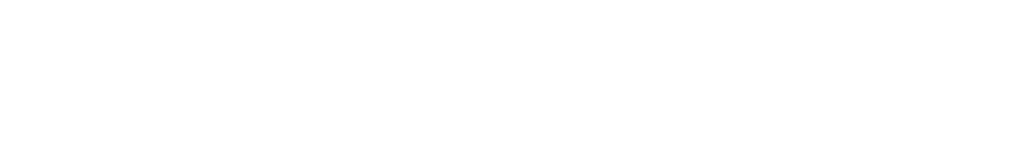
<source format=kicad_pcb>
(kicad_pcb (version 4) (host pcbnew 4.0.7)

  (general
    (links 0)
    (no_connects 0)
    (area 86.481978 95.583723 211.53602 115.439293)
    (thickness 1.6)
    (drawings 470)
    (tracks 0)
    (zones 0)
    (modules 0)
    (nets 1)
  )

  (page A4)
  (layers
    (0 F.Cu signal)
    (31 B.Cu signal)
    (32 B.Adhes user)
    (33 F.Adhes user)
    (34 B.Paste user)
    (35 F.Paste user)
    (36 B.SilkS user)
    (38 B.Mask user)
    (39 F.Mask user)
    (41 Cmts.User user)
    (42 Eco1.User user)
    (43 Eco2.User user)
    (44 Edge.Cuts user)
    (45 Margin user)
    (46 B.CrtYd user)
    (47 F.CrtYd user)
    (48 B.Fab user)
    (49 F.Fab user)
  )

  (setup
    (last_trace_width 0.25)
    (trace_clearance 0.2)
    (zone_clearance 0.508)
    (zone_45_only no)
    (trace_min 0.2)
    (segment_width 0.2)
    (edge_width 0.15)
    (via_size 0.6)
    (via_drill 0.4)
    (via_min_size 0.4)
    (via_min_drill 0.3)
    (uvia_size 0.3)
    (uvia_drill 0.1)
    (uvias_allowed no)
    (uvia_min_size 0.2)
    (uvia_min_drill 0.1)
    (pcb_text_width 0.3)
    (pcb_text_size 1.5 1.5)
    (mod_edge_width 0.15)
    (mod_text_size 1 1)
    (mod_text_width 0.15)
    (pad_size 1.524 1.524)
    (pad_drill 0.762)
    (pad_to_mask_clearance 0.2)
    (aux_axis_origin 0 0)
    (visible_elements 7FFFFFFF)
    (pcbplotparams
      (layerselection 0x00030_80000001)
      (usegerberextensions false)
      (excludeedgelayer true)
      (linewidth 0.100000)
      (plotframeref false)
      (viasonmask false)
      (mode 1)
      (useauxorigin false)
      (hpglpennumber 1)
      (hpglpenspeed 20)
      (hpglpendiameter 15)
      (hpglpenoverlay 2)
      (psnegative false)
      (psa4output false)
      (plotreference true)
      (plotvalue true)
      (plotinvisibletext false)
      (padsonsilk false)
      (subtractmaskfromsilk false)
      (outputformat 1)
      (mirror false)
      (drillshape 1)
      (scaleselection 1)
      (outputdirectory ""))
  )

  (net 0 "")

  (net_class Default "This is the default net class."
    (clearance 0.2)
    (trace_width 0.25)
    (via_dia 0.6)
    (via_drill 0.4)
    (uvia_dia 0.3)
    (uvia_drill 0.1)
  )

  (zone (net 0) (net_name "") (layer F.Cu) (tstamp 59A8A5C0) (hatch edge 0.508)
    (connect_pads (clearance 0.508))
    (min_thickness 0.254)
    (fill (arc_segments 16) (thermal_gap 0.508) (thermal_bridge_width 0.508))
    (polygon
      (pts 
      (xy 124.314538 104.523798) (xy 124.340893 104.752036) (xy 124.314538 104.523798) (xy 124.314538 95.633724) (xy 131.722876 95.633724) (xy 131.722876 104.523798) (xy 131.699105 104.740323) (xy 131.632615 104.937038) (xy 131.550966 105.080871) (xy 131.466044 105.18853) (xy 131.327724 105.314448) (xy 131.195087 105.398336) (xy 131.015426 105.471372) (xy 130.735167 105.511508) (xy 125.30242 105.511508) (xy 125.055234 105.48033) (xy 124.867304 105.410911) (xy 124.726916 105.327023) (xy 124.603754 105.222464) (xy 124.479731 105.071224) (xy 124.387574 104.897419) (xy 124.340893 104.752036)
      )
    )
  )
  (zone (net 0) (net_name "") (layer F.Cu) (tstamp 59A8A5C0) (hatch edge 0.508)
    (connect_pads (clearance 0.508))
    (min_thickness 0.254)
    (fill (arc_segments 16) (thermal_gap 0.508) (thermal_bridge_width 0.508))
    (polygon
      (pts (xy 193.59976 104.753414) (xy 193.573578 104.525004) (xy 193.573578 95.634929) (xy 200.981916 95.634929) (xy 200.981916 104.525004) (xy 200.958145 104.741701) (xy 200.891654 104.938071) (xy 200.810006 105.082076) (xy 200.724912 105.189563) (xy 200.586763 105.315654) (xy 200.454127 105.399714) (xy 200.274293 105.472751) (xy 199.994206 105.512541) (xy 194.561287 105.512541) (xy 194.314274 105.481708) (xy 194.126171 105.412117) (xy 193.985956 105.328056) (xy 193.862621 105.22367) (xy 193.738598 105.07243) (xy 193.646614 104.898797) 
      )
    )
  )
  (zone (net 0) (net_name "") (layer F.Cu) (tstamp 59A8A5C0) (hatch edge 0.508)
    (connect_pads (clearance 0.508))
    (min_thickness 0.254)
    (fill (arc_segments 16) (thermal_gap 0.508) (thermal_bridge_width 0.508))
    (polygon
      (pts 
      (xy 183.092212 104.752036)
      (xy 183.06603 104.523798)
      (xy 183.06603 95.633724)
      (xy 190.474368 95.633724)
      (xy 190.474368 104.523798)
      (xy 190.450597 104.740323)
      (xy 190.384106 104.937038)
      (xy 190.302457 105.080871)
      (xy 190.217364 105.18853)
      (xy 190.079215 105.314448)
      (xy 189.946579 105.398336)
      (xy 189.766745 105.471372)
      (xy 189.486658 105.511508)
      (xy 184.053739 105.511508)
      (xy 183.806726 105.48033) 
      (xy 183.618623 105.410911)
      (xy 183.478408 105.327023)
      (xy 183.355073 105.222464)
      (xy 183.23105 105.071224)
      (xy 183.139066 104.897419)
      )
    )
  )
  (zone (net 0) (net_name "") (layer F.Cu) (tstamp 59A8A5C0) (hatch edge 0.508)
    (connect_pads (clearance 0.508))
    (min_thickness 0.254)
    (fill (arc_segments 16) (thermal_gap 0.508) (thermal_bridge_width 0.508))
    (polygon
      (pts 
      (xy 135.797566 106.43755)
      (xy 135.9209 106.43755)
      (xy 135.9209 114.860814)
      (xy 135.9209 115.389292)
      (xy 128.512562 115.389292)
      (xy 128.512562 106.43755) 
      (xy 130.735167 106.43755) 
      (xy 131.287588 106.359346)
      (xy 131.6414 106.217753)
      (xy 131.942674 106.025861)
      (xy 132.203468 105.784015)
      (xy 132.411551 105.508063)
      (xy 132.567787 105.201277)
      (xy 132.663733 104.892424)
      (xy 132.710758 104.462131)
      (xy 132.710758 95.633724)
      (xy 133.821974 95.633724)
      (xy 133.821974 104.462131)
      (xy 133.894666 104.994915)
      (xy 134.046595 105.377838)
      (xy 134.216438 105.646211)
      (xy 134.390243 105.848438)
      (xy 134.658961 106.076848)
      (xy 134.951278 106.247381)
      (xy 135.377953 106.392764)
      )
    )
  )
  (zone (net 0) (net_name "") (layer F.Cu) (tstamp 59A8A5C0) (hatch edge 0.508)
    (connect_pads (clearance 0.508))
    (min_thickness 0.254)
    (fill (arc_segments 16) (thermal_gap 0.508) (thermal_bridge_width 0.508))
    (polygon
      (pts       
      (xy 194.548885 106.43755)
      (xy 194.672219 106.43755)
      (xy 194.672219 114.860814)
      (xy 194.672219 115.389292)
      (xy 187.263881 115.389292)
      (xy 187.263881 106.43755)
      (xy 189.486658 106.43755)
      (xy 190.038907 106.359346)
      (xy 190.392719 106.217753)
      (xy 190.694165 106.025861)
      (xy 190.954959 105.784015)
      (xy 191.163043 105.508063)
      (xy 191.319106 105.201277)
      (xy 191.415224 104.892424)
      (xy 191.462077 104.462131)
      (xy 191.462077 95.633724)
      (xy 192.573466 95.633724)
      (xy 192.573466 104.462131)
      (xy 192.646157 104.994915)
      (xy 192.798086 105.377838)
      (xy 192.96793 105.646211)
      (xy 193.141562 105.848438)
      (xy 193.41028 106.076848)
      (xy 193.702769 106.247381)
      (xy 194.129272 106.392764)
      )
    )
  )
  (zone (net 0) (net_name "") (layer F.Cu) (tstamp 59A8A5C0) (hatch edge 0.508)
    (connect_pads (clearance 0.508))
    (min_thickness 0.254)
    (fill (arc_segments 16) (thermal_gap 0.508) (thermal_bridge_width 0.508))
    (polygon
      (pts       
      (xy 143.205904 95.633724)
      (xy 144.31712 95.633724)
      (xy 144.31712 115.389292)
      (xy 136.908782 115.389292)
      (xy 136.908782 106.43755)
      (xy 141.230313 106.43755)
      (xy 141.777222 106.360724)
      (xy 142.162039 106.204662)
      (xy 142.427656 106.03344)
      (xy 142.661923 105.823634)
      (xy 142.856399 105.584544)
      (xy 143.044157 105.246408)
      (xy 143.161462 104.880883)
      (xy 143.205904 104.462131)
      )
    )
  )
  (zone (net 0) (net_name "") (layer F.Cu) (tstamp 59A8A5C0) (hatch edge 0.508)
    (connect_pads (clearance 0.508))
    (min_thickness 0.254)
    (fill (arc_segments 16) (thermal_gap 0.508) (thermal_bridge_width 0.508))
    (polygon
      (pts       
      (xy 201.957223 95.633724)
      (xy 203.068612 95.633724)
      (xy 203.068612 115.389292)
      (xy 195.660273 115.389292)
      (xy 195.660273 106.43755)
      (xy 199.981804 106.43755)
      (xy 200.528541 106.360724)
      (xy 200.913359 106.204662)
      (xy 201.178976 106.03344)
      (xy 201.413242 105.823634)
      (xy 201.60789 105.584544)
      (xy 201.795648 105.246408)
      (xy 201.912781 104.880883)
      (xy 201.957223 104.462131)
      )
    )
  )
  (zone (net 0) (net_name "") (layer F.Cu) (tstamp 59A8A5C0) (hatch edge 0.508)
    (connect_pads (clearance 0.508))
    (min_thickness 0.254)
    (fill (arc_segments 16) (thermal_gap 0.508) (thermal_bridge_width 0.508))
    (polygon
      (pts       
      (xy 89.352997 104.734811)
      (xy 89.330432 104.523798)
      (xy 89.330432 95.633724)
      (xy 96.73877 95.633724)
      (xy 96.73877 104.523798)
      (xy 96.714827 104.741184)
      (xy 96.661083 104.908616)
      (xy 96.56996 105.076392)
      (xy 96.449382 105.222464)
      (xy 96.316918 105.333396)
      (xy 96.166195 105.420213)
      (xy 95.987911 105.482741)
      (xy 95.75106 105.511508)
      (xy 90.318141 105.511508)
      (xy 90.152777 105.497727)
      (xy 89.996197 105.457937)
      (xy 89.808784 105.370259)
      (xy 89.645314 105.247097)
      (xy 89.51061 105.092928)
      (xy 89.433957 104.964599)
      )
    )
  )
  (zone (net 0) (net_name "") (layer F.Cu) (tstamp 59A8A5C0) (hatch edge 0.508)
    (connect_pads (clearance 0.508))
    (min_thickness 0.254)
    (fill (arc_segments 16) (thermal_gap 0.508) (thermal_bridge_width 0.508))
    (polygon
      (pts       
      (xy 148.102249 104.734811)
      (xy 148.079684 104.523798)
      (xy 148.079684 95.633724)
      (xy 155.490089 95.633724)
      (xy 155.490089 104.523798)
      (xy 155.466318 104.741184)
      (xy 155.412574 104.908616)
      (xy 155.321279 105.076392)
      (xy 155.200701 105.222464)
      (xy 155.068409 105.333396)
      (xy 154.917514 105.420213)
      (xy 154.739402 105.482741)
      (xy 154.50238 105.511508)
      (xy 149.067738 105.511508)
      (xy 148.902201 105.497727)
      (xy 148.745449 105.457937)
      (xy 148.558036 105.370259)
      (xy 148.394566 105.247097)
      (xy 148.259862 105.092928)
      (xy 148.183209 104.964599)
      )
    )
  )
  (zone (net 0) (net_name "") (layer F.Cu) (tstamp 59A8A5C0) (hatch edge 0.508)
    (connect_pads (clearance 0.508))
    (min_thickness 0.254)
    (fill (arc_segments 16) (thermal_gap 0.508) (thermal_bridge_width 0.508))
    (polygon
      (pts       
      (xy 114.807274 106.499217)
      (xy 119.128805 106.499217)
      (xy 119.128805 115.389292)
      (xy 111.720467 115.389292)
      (xy 111.720467 106.499217)
      (xy 111.720467 95.633724)
      (xy 112.831683 95.633724)
      (xy 112.831683 104.523798)
      (xy 112.883359 104.975106)
      (xy 112.994636 105.311175)
      (xy 113.175848 105.638632)
      (xy 113.362745 105.871521)
      (xy 113.585987 106.076504)
      (xy 113.838685 106.246003)
      (xy 114.298261 106.433072)
      )
    )
  )
  (zone (net 0) (net_name "") (layer F.Cu) (tstamp 59A8A5C0) (hatch edge 0.508)
    (connect_pads (clearance 0.508))
    (min_thickness 0.254)
    (fill (arc_segments 16) (thermal_gap 0.508) (thermal_bridge_width 0.508))
    (polygon
      (pts       
      (xy 173.558593 106.499217)
      (xy 177.880124 106.499217)
      (xy 177.880124 115.389292)
      (xy 170.471786 115.389292)
      (xy 170.471786 106.499217)
      (xy 170.471786 95.633724)
      (xy 171.583174 95.633724)
      (xy 171.583174 104.523798)
      (xy 171.634851 104.975106)
      (xy 171.746127 105.311175)
      (xy 171.92734 105.638632)
      (xy 172.114064 105.871521)
      (xy 172.337306 106.076504)
      (xy 172.590176 106.246003)
      (xy 173.049752 106.433072)
      )
    )
  )
  (zone (net 0) (net_name "") (layer F.Cu) (tstamp 59A8A5C0) (hatch edge 0.508)
    (connect_pads (clearance 0.508))
    (min_thickness 0.254)
    (fill (arc_segments 16) (thermal_gap 0.508) (thermal_bridge_width 0.508))
    (polygon
      (pts       
      (xy 113.844025 104.744112)
      (xy 113.819392 104.523798)
      (xy 113.819392 95.633724)
      (xy 121.227731 95.633724)
      (xy 121.227731 104.523798)
      (xy 121.204132 104.739461)
      (xy 121.153144 104.901209)
      (xy 121.08407 105.036946)
      (xy 120.996048 105.159763)
      (xy 120.854799 105.297051)
      (xy 120.688401 105.404193)
      (xy 120.51339 105.473095)
      (xy 120.240021 105.511508)
      (xy 114.807274 105.511508)
      (xy 114.589716 105.487564)
      (xy 114.40058 105.424347)
      (xy 114.235905 105.329951)
      (xy 114.108608 105.222464)
      (xy 113.999916 105.093273)
      (xy 113.914133 104.946856)
      )
    )
  )
  (zone (net 0) (net_name "") (layer F.Cu) (tstamp 59A8A5C0) (hatch edge 0.508)
    (connect_pads (clearance 0.508))
    (min_thickness 0.254)
    (fill (arc_segments 16) (thermal_gap 0.508) (thermal_bridge_width 0.508))
    (polygon
      (pts       
      (xy 172.595344 104.744112)
      (xy 172.570884 104.523798)
      (xy 172.570884 95.633724)
      (xy 179.979222 95.633724)
      (xy 179.979222 104.523798)
      (xy 179.955451 104.739461)
      (xy 179.904463 104.901209)
      (xy 179.835561 105.036946)
      (xy 179.747367 105.159763)
      (xy 179.606118 105.297051)
      (xy 179.43972 105.404193)
      (xy 179.264709 105.473095)
      (xy 178.991512 105.511508)
      (xy 173.558593 105.511508)
      (xy 173.341208 105.487564)
      (xy 173.152072 105.424347)
      (xy 172.987396 105.329951)
      (xy 172.859927 105.222464)
      (xy 172.751407 105.093273)
      (xy 172.665624 104.946856)
      )
    )
  )
  (zone (net 0) (net_name "") (layer F.Cu) (tstamp 59A8A5C0) (hatch edge 0.508)
    (connect_pads (clearance 0.508))
    (min_thickness 0.254)
    (fill (arc_segments 16) (thermal_gap 0.508) (thermal_bridge_width 0.508))
    (polygon
      (pts       
      (xy 100.56679 104.807674)
      (xy 100.525449 104.523798)
      (xy 100.525449 95.633724)
      (xy 107.933787 95.633724)
      (xy 107.933787 104.523798)
      (xy 107.909155 104.743596)
      (xy 107.839219 104.945995)
      (xy 107.764116 105.077253)
      (xy 107.670926 105.194731)
      (xy 107.546731 105.30773)
      (xy 107.376026 105.41315)
      (xy 107.211867 105.475162)
      (xy 106.945906 105.511508)
      (xy 101.513159 105.511508)
      (xy 101.235656 105.472062)
      (xy 101.040491 105.391446)
      (xy 100.910439 105.306525)
      (xy 100.802263 105.209717)
      (xy 100.703044 105.089139)
      (xy 100.623634 104.953574)
      )
    )
  )
  (zone (net 0) (net_name "") (layer F.Cu) (tstamp 59A8A5C0) (hatch edge 0.508)
    (connect_pads (clearance 0.508))
    (min_thickness 0.254)
    (fill (arc_segments 16) (thermal_gap 0.508) (thermal_bridge_width 0.508))
    (polygon
      (pts       
      (xy 159.318282 104.807674)
      (xy 159.276941 104.523798)
      (xy 159.276941 95.633724)
      (xy 166.685279 95.633724)
      (xy 166.685279 104.523798)
      (xy 166.660474 104.743596)
      (xy 166.590539 104.945995)
      (xy 166.515435 105.077253)
      (xy 166.422418 105.194731)
      (xy 166.29805 105.30773)
      (xy 166.127517 105.41315)
      (xy 165.963186 105.475162)
      (xy 165.697225 105.511508)
      (xy 160.26465 105.511508)
      (xy 159.986975 105.472062)
      (xy 159.791983 105.391446)
      (xy 159.661758 105.306525)
      (xy 159.553582 105.209717)
      (xy 159.454363 105.089139)
      (xy 159.375126 104.953574)
      )
    )
  )
  (zone (net 0) (net_name "") (layer F.Cu) (tstamp 59A8A5C0) (hatch edge 0.508)
    (connect_pads (clearance 0.508))
    (min_thickness 0.254)
    (fill (arc_segments 16) (thermal_gap 0.508) (thermal_bridge_width 0.508))
    (polygon
      (pts       
      (xy 108.921497 95.633724)
      (xy 110.732585 95.633724)
      (xy 110.732585 115.389292)
      (xy 103.324247 115.389292)
      (xy 103.324247 106.499217)
      (xy 106.945906 106.499217)
      (xy 107.504184 106.419291)
      (xy 107.873843 106.268396)
      (xy 108.110521 106.119912)
      (xy 108.374932 105.887713)
      (xy 108.629869 105.556983)
      (xy 108.780765 105.257604)
      (xy 108.885323 104.902759)
      (xy 108.921497 104.523798)
      )
    )
  )
  (zone (net 0) (net_name "") (layer F.Cu) (tstamp 59A8A5C0) (hatch edge 0.508)
    (connect_pads (clearance 0.508))
    (min_thickness 0.254)
    (fill (arc_segments 16) (thermal_gap 0.508) (thermal_bridge_width 0.508))
    (polygon
      (pts       
      (xy 167.672988 95.633724)
      (xy 169.484076 95.633724)
      (xy 169.484076 115.389292)
      (xy 162.075738 115.389292)
      (xy 162.075738 106.499217)
      (xy 165.697225 106.499217)
      (xy 166.255675 106.419291)
      (xy 166.625334 106.268396)
      (xy 166.862012 106.119912)
      (xy 167.126251 105.887713)
      (xy 167.381189 105.556983)
      (xy 167.532084 105.257604)
      (xy 167.636815 104.902759)
      (xy 167.672988 104.523798)
      )
    )
  )
  (zone (net 0) (net_name "") (layer F.Cu) (tstamp 59A8A5C0) (hatch edge 0.508)
    (connect_pads (clearance 0.508))
    (min_thickness 0.254)
    (fill (arc_segments 16) (thermal_gap 0.508) (thermal_bridge_width 0.508))
    (polygon
      (pts 
      (xy 125.30242 106.499217)
      (xy 127.524853 106.499217)
      (xy 127.524853 114.860814)
      (xy 127.524853 115.389292)
      (xy 120.116514 115.389292)
      (xy 120.116514 106.499217)
      (xy 120.240021 106.499217)
      (xy 120.734048 106.436861)
      (xy 121.122138 106.291823)
      (xy 121.415316 106.111988)
      (xy 121.64252 105.915273)
      (xy 121.839752 105.683418)
      (xy 122.061789 105.289127)
      (xy 122.175822 104.919985)
      (xy 122.215612 104.523798)
      (xy 122.215612 95.633724)
      (xy 123.326829 95.633724)
      (xy 123.326829 104.523798)
      (xy 123.383673 104.995949)
      (xy 123.5294 105.396269)
      (xy 123.669616 105.636565)
      (xy 123.905433 105.920785)
      (xy 124.135565 106.11819)
      (xy 124.440457 106.301813)
      (xy 124.789273 106.432038)
      )
    )
  )
  (zone (net 0) (net_name "") (layer F.Cu) (tstamp 59A8A5C0) (hatch edge 0.508)
    (connect_pads (clearance 0.508))
    (min_thickness 0.254)
    (fill (arc_segments 16) (thermal_gap 0.508) (thermal_bridge_width 0.508))
    (polygon
      (pts       
      (xy 184.053739 106.499217)
      (xy 186.276172 106.499217)
      (xy 186.276172 114.860814)
      (xy 186.276172 115.389292)
      (xy 178.867833 115.389292)
      (xy 178.867833 106.499217)
      (xy 178.991512 106.499217)
      (xy 179.485539 106.436861)
      (xy 179.873457 106.291823)
      (xy 180.166635 106.111988)
      (xy 180.394012 105.915273)
      (xy 180.591071 105.683418)
      (xy 180.81328 105.289127)
      (xy 180.927313 104.919985)
      (xy 180.966932 104.523798)
      (xy 180.966932 95.633724)
      (xy 182.07832 95.633724)
      (xy 182.07832 104.523798)
      (xy 182.135164 104.995949)
      (xy 182.280892 105.396269)
      (xy 182.421107 105.636565)
      (xy 182.656752 105.920785)
      (xy 182.886884 106.11819)
      (xy 183.191776 106.301813)
      (xy 183.540764 106.432038)
      )
    )
  )
  (zone (net 0) (net_name "") (layer F.Cu) (tstamp 59A8A5C0) (hatch edge 0.508)
    (connect_pads (clearance 0.508))
    (min_thickness 0.254)
    (fill (arc_segments 16) (thermal_gap 0.508) (thermal_bridge_width 0.508))
    (polygon
      (pts       
      (xy 90.318141 106.499217)
      (xy 93.940317 106.499217)
      (xy 93.940317 115.389292)
      (xy 86.531979 115.389292)
      (xy 86.531979 106.499217)
      (xy 86.531979 95.633724)
      (xy 88.342722 95.633724)
      (xy 88.342722 104.523798)
      (xy 88.386303 104.938416)
      (xy 88.504986 105.308936)
      (xy 88.669834 105.613138)
      (xy 88.879985 105.878066)
      (xy 89.171096 106.132314)
      (xy 89.556086 106.346944)
      (xy 89.885092 106.451675)
      )
    )
  )
  (zone (net 0) (net_name "") (layer F.Cu) (tstamp 59A8A5C0) (hatch edge 0.508)
    (connect_pads (clearance 0.508))
    (min_thickness 0.254)
    (fill (arc_segments 16) (thermal_gap 0.508) (thermal_bridge_width 0.508))
    (polygon
      (pts       
      (xy 149.067738 106.499217)
      (xy 152.691636 106.499217)
      (xy 152.691636 115.389292)
      (xy 145.281231 115.389292)
      (xy 145.281231 106.499217)
      (xy 145.281231 95.633724)
      (xy 147.091974 95.633724)
      (xy 147.091974 104.523798)
      (xy 147.135555 104.938416)
      (xy 147.254238 105.308936)
      (xy 147.419086 105.613138)
      (xy 147.629237 105.878066)
      (xy 147.920348 106.132314)
      (xy 148.305338 106.346944)
      (xy 148.634345 106.451675)
      )
    )
  )
  (zone (net 0) (net_name "") (layer F.Cu) (tstamp 59A8A5C0) (hatch edge 0.508)
    (connect_pads (clearance 0.508))
    (min_thickness 0.254)
    (fill (arc_segments 16) (thermal_gap 0.508) (thermal_bridge_width 0.508))
    (polygon
      (pts       
      (xy 101.513159 106.499217)
      (xy 102.336537 106.499217)
      (xy 102.336537 114.860814)
      (xy 102.336537 115.389292)
      (xy 94.928199 115.389292)
      (xy 94.928199 106.499217)
      (xy 95.75106 106.499217)
      (xy 96.297453 106.422736)
      (xy 96.647992 106.284588)
      (xy 96.946509 106.097174)
      (xy 97.182499 105.885301)
      (xy 97.351997 105.681351)
      (xy 97.549574 105.342181)
      (xy 97.669291 104.997672)
      (xy 97.726479 104.523798)
      (xy 97.726479 95.633724)
      (xy 99.537567 95.633724)
      (xy 99.537567 104.523798)
      (xy 99.604058 105.033673)
      (xy 99.773901 105.461554)
      (xy 99.910671 105.679629)
      (xy 100.176116 105.977974)
      (xy 100.461026 106.196393)
      (xy 100.783315 106.36038)
      (xy 101.141949 106.464766)
      )
    )
  )
  (zone (net 0) (net_name "") (layer F.Cu) (tstamp 59A8A5C0) (hatch edge 0.508)
    (connect_pads (clearance 0.508))
    (min_thickness 0.254)
    (fill (arc_segments 16) (thermal_gap 0.508) (thermal_bridge_width 0.508))
    (polygon
      (pts       
      (xy 160.26465 106.499217)
      (xy 161.088028 106.499217)
      (xy 161.088028 114.860814)
      (xy 161.088028 115.389292)
      (xy 153.67969 115.389292)
      (xy 153.67969 106.499217)
      (xy 154.50238 106.499217)
      (xy 155.048772 106.422736)
      (xy 155.399483 106.284588)
      (xy 155.697828 106.097174)
      (xy 155.933818 105.885301)
      (xy 156.103316 105.681351)
      (xy 156.301065 105.342181)
      (xy 156.42061 104.997672)
      (xy 156.477799 104.523798)
      (xy 156.477799 95.633724)
      (xy 158.288887 95.633724)
      (xy 158.288887 104.523798)
      (xy 158.355377 105.033673)
      (xy 158.52522 105.461554)
      (xy 158.661991 105.679629)
      (xy 158.927608 105.977974)
      (xy 159.212517 106.196393)
      (xy 159.534634 106.36038)
      (xy 159.893269 106.464766)
      )
    )
  )
  (zone (net 0) (net_name "") (layer F.Cu) (tstamp 59A8A5C0) (hatch edge 0.508)
    (connect_pads (clearance 0.508))
    (min_thickness 0.254)
    (fill (arc_segments 16) (thermal_gap 0.508) (thermal_bridge_width 0.508))
    (polygon
      (pts       
      (xy 211.486019 95.633724)
      (xy 211.486019 115.389292)
      (xy 204.077681 115.389292)
      (xy 204.077681 95.633724)
      )
    )
  )
  (zone (net 0) (net_name "") (layer F.Cu) (tstamp 59A8A5C0) (hatch edge 0.508)
    (connect_pads (clearance 0.508))
    (min_thickness 0.254)
    (fill (arc_segments 16) (thermal_gap 0.508) (thermal_bridge_width 0.508))
    (polygon
      (pts 
      (xy 134.848441 104.753414)
      (xy 134.822086 104.525004)
      (xy 134.822086 95.634929)
      (xy 142.230425 95.634929)
      (xy 142.230425 104.525004)
      (xy 142.206653 104.741701)
      (xy 142.140163 104.938071)
      (xy 142.058514 105.082076)
      (xy 141.973593 105.189563)
      (xy 141.835272 105.315654)
      (xy 141.702636 105.399714)
      (xy 141.522974 105.472751)
      (xy 141.242715 105.512541)
      (xy 135.809968 105.512541)
      (xy 135.562782 105.481708)
      (xy 135.374852 105.412117)
      (xy 135.234465 105.328056)
      (xy 135.111302 105.22367)
      (xy 134.987279 105.07243)
      (xy 134.895122 104.898797)
      )
    )
  )




  
)

</source>
